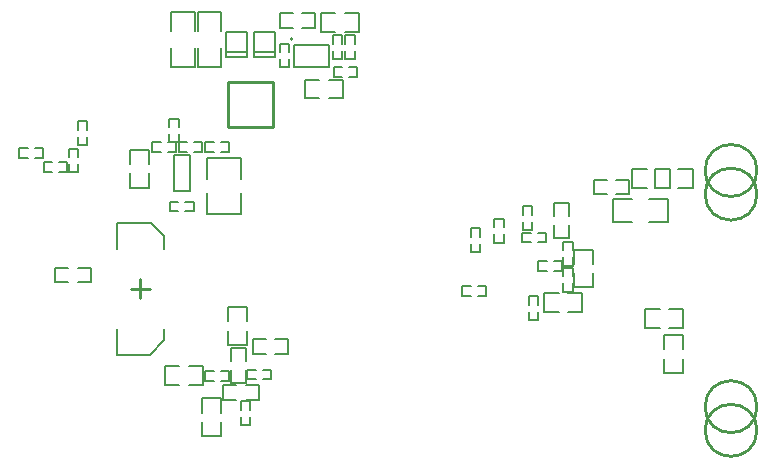
<source format=gbo>
G04 Layer_Color=12566272*
%FSLAX44Y44*%
%MOMM*%
G71*
G01*
G75*
%ADD56C,0.1500*%
%ADD60C,0.2000*%
%ADD95C,0.2540*%
D56*
X577500Y227000D02*
X589500D01*
X597500D02*
X609500D01*
X577500Y243000D02*
X589500D01*
X597500D02*
X609500D01*
X577500Y227000D02*
Y243000D01*
X609500Y227000D02*
Y243000D01*
X218000Y135000D02*
Y147000D01*
Y155000D02*
Y167000D01*
X202000Y135000D02*
Y147000D01*
Y155000D02*
Y167000D01*
Y135000D02*
X218000D01*
X202000Y167000D02*
X218000D01*
X224000Y232500D02*
Y244500D01*
Y212500D02*
Y224500D01*
X240000Y232500D02*
Y244500D01*
Y212500D02*
Y224500D01*
X224000Y244500D02*
X240000D01*
X224000Y212500D02*
X240000D01*
X260500Y183500D02*
Y191500D01*
X240500Y183500D02*
Y191500D01*
X253500D02*
X260500D01*
X240500D02*
X247500D01*
X253500Y183500D02*
X260500D01*
X240500D02*
X247500D01*
X235000Y144500D02*
X243000D01*
X235000Y164500D02*
X243000D01*
Y144500D02*
Y151500D01*
Y157500D02*
Y164500D01*
X235000Y144500D02*
Y151500D01*
Y157500D02*
Y164500D01*
X225000Y182000D02*
Y190000D01*
X205000Y182000D02*
Y190000D01*
X218000D02*
X225000D01*
X205000D02*
X212000D01*
X218000Y182000D02*
X225000D01*
X205000D02*
X212000D01*
X171000Y178500D02*
X183000D01*
X191000D02*
X203000D01*
X171000Y194500D02*
X183000D01*
X191000D02*
X203000D01*
X171000Y178500D02*
Y194500D01*
X203000Y178500D02*
Y194500D01*
X245000Y205000D02*
X256000D01*
X264000D02*
X275000D01*
X245000Y217000D02*
X256000D01*
X264000D02*
X275000D01*
X245000Y205000D02*
Y217000D01*
X275000Y205000D02*
Y217000D01*
X585500Y345500D02*
Y361500D01*
X617500Y345500D02*
Y361500D01*
X585500Y345500D02*
X597500D01*
X605500D02*
X617500D01*
X585500Y361500D02*
X597500D01*
X605500D02*
X617500D01*
X331500Y454500D02*
Y461500D01*
Y467500D02*
Y474500D01*
X323500Y454500D02*
Y461500D01*
Y467500D02*
Y474500D01*
Y454500D02*
X331500D01*
X323500Y474500D02*
X331500D01*
X313000Y467500D02*
Y474500D01*
Y454500D02*
Y461500D01*
X321000Y467500D02*
Y474500D01*
Y454500D02*
Y461500D01*
X313000Y474500D02*
X321000D01*
X313000Y454500D02*
X321000D01*
X313500Y439500D02*
X320500D01*
X326500D02*
X333500D01*
X313500Y447500D02*
X320500D01*
X326500D02*
X333500D01*
X313500Y439500D02*
Y447500D01*
X333500Y439500D02*
Y447500D01*
X276000Y447500D02*
Y454500D01*
Y460500D02*
Y467500D01*
X268000Y447500D02*
Y454500D01*
Y460500D02*
Y467500D01*
Y447500D02*
X276000D01*
X268000Y467500D02*
X276000D01*
X196000Y448000D02*
Y464000D01*
Y478000D02*
Y494000D01*
X176000Y448000D02*
Y464000D01*
Y478000D02*
Y494000D01*
Y448000D02*
X196000D01*
X176000Y494000D02*
X196000D01*
X303000Y477000D02*
Y493000D01*
X335000Y477000D02*
Y493000D01*
X303000Y477000D02*
X315000D01*
X323000D02*
X335000D01*
X303000Y493000D02*
X315000D01*
X323000D02*
X335000D01*
X198500Y478000D02*
Y494000D01*
Y448000D02*
Y464000D01*
X218500Y478000D02*
Y494000D01*
Y448000D02*
Y464000D01*
X198500Y494000D02*
X218500D01*
X198500Y448000D02*
X218500D01*
X264000Y456500D02*
Y477500D01*
X246000D02*
X264000D01*
X246000Y456500D02*
Y477500D01*
Y456500D02*
X264000D01*
X246000Y460500D02*
X264000D01*
X240500Y456500D02*
Y477500D01*
X222500D02*
X240500D01*
X222500Y456500D02*
Y477500D01*
Y456500D02*
X240500D01*
X222500Y460500D02*
X240500D01*
X298000Y481000D02*
Y493000D01*
X268000Y481000D02*
Y493000D01*
X287000D02*
X298000D01*
X268000D02*
X279000D01*
X287000Y481000D02*
X298000D01*
X268000D02*
X279000D01*
X289500Y421000D02*
Y437000D01*
X321500Y421000D02*
Y437000D01*
X289500Y421000D02*
X301500D01*
X309500D02*
X321500D01*
X289500Y437000D02*
X301500D01*
X309500D02*
X321500D01*
X517000Y281000D02*
Y293000D01*
Y261000D02*
Y273000D01*
X533000Y281000D02*
Y293000D01*
Y261000D02*
Y273000D01*
X517000Y293000D02*
X533000D01*
X517000Y261000D02*
X533000D01*
X534000Y340000D02*
X545000D01*
X553000D02*
X564000D01*
X534000Y352000D02*
X545000D01*
X553000D02*
X564000D01*
X534000Y340000D02*
Y352000D01*
X564000Y340000D02*
Y352000D01*
X175000Y325500D02*
Y333500D01*
X195000Y325500D02*
Y333500D01*
X175000Y325500D02*
X182000D01*
X188000D02*
X195000D01*
X175000Y333500D02*
X182000D01*
X188000D02*
X195000D01*
X68000Y359000D02*
Y367000D01*
X88000Y359000D02*
Y367000D01*
X68000Y359000D02*
X75000D01*
X81000D02*
X88000D01*
X68000Y367000D02*
X75000D01*
X81000D02*
X88000D01*
X598500Y345500D02*
Y361500D01*
X566500Y345500D02*
Y361500D01*
X586500D02*
X598500D01*
X566500D02*
X578500D01*
X586500Y345500D02*
X598500D01*
X566500D02*
X578500D01*
X473500Y329635D02*
X481500D01*
X473500Y309635D02*
X481500D01*
X473500Y322635D02*
Y329635D01*
Y309635D02*
Y316635D01*
X481500Y322635D02*
Y329635D01*
Y309635D02*
Y316635D01*
X487000Y275000D02*
Y283000D01*
X507000Y275000D02*
Y283000D01*
X487000Y275000D02*
X494000D01*
X500000D02*
X507000D01*
X487000Y283000D02*
X494000D01*
X500000D02*
X507000D01*
X580500Y336000D02*
X596500D01*
X550500D02*
X566500D01*
X580500Y316000D02*
X596500D01*
X550500D02*
X566500D01*
X596500D02*
Y336000D01*
X550500Y316000D02*
Y336000D01*
X105000Y381500D02*
Y388500D01*
Y394500D02*
Y401500D01*
X97000Y381500D02*
Y388500D01*
Y394500D02*
Y401500D01*
Y381500D02*
X105000D01*
X97000Y401500D02*
X105000D01*
X182250Y376000D02*
X189250D01*
X195250D02*
X202250D01*
X182250Y384000D02*
X189250D01*
X195250D02*
X202250D01*
X182250Y376000D02*
Y384000D01*
X202250Y376000D02*
Y384000D01*
X174500Y404000D02*
X182500D01*
X174500Y384000D02*
X182500D01*
X174500Y397000D02*
Y404000D01*
Y384000D02*
Y391000D01*
X182500Y397000D02*
Y404000D01*
Y384000D02*
Y391000D01*
X227000Y199000D02*
Y210000D01*
Y180000D02*
Y191000D01*
X239000Y199000D02*
Y210000D01*
Y180000D02*
Y191000D01*
X227000Y210000D02*
X239000D01*
X227000Y180000D02*
X239000D01*
X225000Y376000D02*
Y384000D01*
X205000Y376000D02*
Y384000D01*
X218000D02*
X225000D01*
X205000D02*
X212000D01*
X218000Y376000D02*
X225000D01*
X205000D02*
X212000D01*
X516000Y279500D02*
Y286500D01*
Y292500D02*
Y299500D01*
X508000Y279500D02*
Y286500D01*
Y292500D02*
Y299500D01*
Y279500D02*
X516000D01*
X508000Y299500D02*
X516000D01*
X442500Y254000D02*
Y262000D01*
X422500Y254000D02*
Y262000D01*
X435500D02*
X442500D01*
X422500D02*
X429500D01*
X435500Y254000D02*
X442500D01*
X422500D02*
X429500D01*
X437500Y291000D02*
Y298000D01*
Y304000D02*
Y311000D01*
X429500Y291000D02*
Y298000D01*
Y304000D02*
Y311000D01*
Y291000D02*
X437500D01*
X429500Y311000D02*
X437500D01*
X508000Y257500D02*
X516000D01*
X508000Y277500D02*
X516000D01*
Y257500D02*
Y264500D01*
Y270500D02*
Y277500D01*
X508000Y257500D02*
Y264500D01*
Y270500D02*
Y277500D01*
X479000Y233500D02*
X487000D01*
X479000Y253500D02*
X487000D01*
Y233500D02*
Y240500D01*
Y246500D02*
Y253500D01*
X479000Y233500D02*
Y240500D01*
Y246500D02*
Y253500D01*
X89500Y358500D02*
X97500D01*
X89500Y378500D02*
X97500D01*
Y358500D02*
Y365500D01*
Y371500D02*
Y378500D01*
X89500Y358500D02*
Y365500D01*
Y371500D02*
Y378500D01*
X47500Y371000D02*
Y379000D01*
X67500Y371000D02*
Y379000D01*
X47500Y371000D02*
X54500D01*
X60500D02*
X67500D01*
X47500Y379000D02*
X54500D01*
X60500D02*
X67500D01*
X449500Y299000D02*
X457500D01*
X449500Y319000D02*
X457500D01*
Y299000D02*
Y306000D01*
Y312000D02*
Y319000D01*
X449500Y299000D02*
Y306000D01*
Y312000D02*
Y319000D01*
X141000Y365500D02*
Y377500D01*
Y345500D02*
Y357500D01*
X157000Y365500D02*
Y377500D01*
Y345500D02*
Y357500D01*
X141000Y377500D02*
X157000D01*
X141000Y345500D02*
X157000D01*
X180000Y376000D02*
Y384000D01*
X160000Y376000D02*
Y384000D01*
X173000D02*
X180000D01*
X160000D02*
X167000D01*
X173000Y376000D02*
X180000D01*
X160000D02*
X167000D01*
X493304Y299500D02*
Y307500D01*
X473304Y299500D02*
Y307500D01*
X486304D02*
X493304D01*
X473304D02*
X480304D01*
X486304Y299500D02*
X493304D01*
X473304D02*
X480304D01*
X512000Y256000D02*
X524000D01*
X492000D02*
X504000D01*
X512000Y240000D02*
X524000D01*
X492000D02*
X504000D01*
X524000D02*
Y256000D01*
X492000Y240000D02*
Y256000D01*
X512500Y302500D02*
Y313500D01*
Y321500D02*
Y332500D01*
X500500Y302500D02*
Y313500D01*
Y321500D02*
Y332500D01*
Y302500D02*
X512500D01*
X500500Y332500D02*
X512500D01*
X206000Y323500D02*
X235500D01*
X206000D02*
Y341000D01*
X235500Y323500D02*
X235510Y341000D01*
X205990Y353000D02*
X206000Y370500D01*
X235500Y353000D02*
Y370500D01*
X206000D02*
X235500D01*
X220000Y166000D02*
Y178000D01*
X250000Y166000D02*
Y178000D01*
X220000Y166000D02*
X231000D01*
X239000D02*
X250000D01*
X220000Y178000D02*
X231000D01*
X239000D02*
X250000D01*
X609136Y188500D02*
Y200500D01*
Y208500D02*
Y220500D01*
X593136Y188500D02*
Y200500D01*
Y208500D02*
Y220500D01*
Y188500D02*
X609136D01*
X593136Y220500D02*
X609136D01*
X97000Y277500D02*
X108000D01*
X78000D02*
X89000D01*
X97000Y265500D02*
X108000D01*
X78000D02*
X89000D01*
X108000D02*
Y277500D01*
X78000Y265500D02*
Y277500D01*
D60*
X279000Y471500D02*
G03*
X279000Y471500I-1000J0D01*
G01*
X280000Y447500D02*
Y466500D01*
X310000D01*
Y447500D02*
Y466500D01*
X280000Y447500D02*
X310000D01*
X191558Y342420D02*
Y372900D01*
X178350D02*
X191558D01*
X178350Y342420D02*
Y372900D01*
Y342420D02*
X191558D01*
X130000Y204125D02*
Y226125D01*
Y204125D02*
X158000D01*
X170000Y216125D02*
Y226125D01*
X158000Y204125D02*
X170000Y216125D01*
X159000Y315875D02*
X170000Y304875D01*
Y293875D02*
Y304875D01*
X130000Y315875D02*
X159000D01*
X130000Y293875D02*
Y315875D01*
D95*
X672000Y360000D02*
G03*
X672000Y360000I-22000J0D01*
G01*
X672000Y340000D02*
G03*
X672000Y340000I-22000J0D01*
G01*
Y160000D02*
G03*
X672000Y160000I-22000J0D01*
G01*
X672000Y140000D02*
G03*
X672000Y140000I-22000J0D01*
G01*
X142000Y260000D02*
X158000D01*
X150000Y252000D02*
Y268000D01*
X224000Y397000D02*
X262000D01*
X224000D02*
Y435000D01*
X262000D01*
Y397000D02*
Y435000D01*
M02*

</source>
